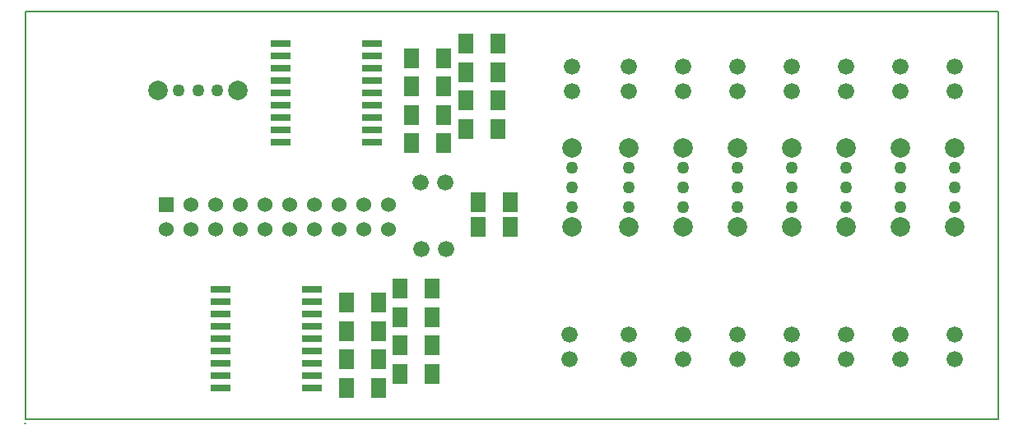
<source format=gbs>
G04 (created by PCBNEW (2013-mar-13)-testing) date jeu. 09 mai 2013 09:48:41 CEST*
%MOIN*%
G04 Gerber Fmt 3.4, Leading zero omitted, Abs format*
%FSLAX34Y34*%
G01*
G70*
G90*
G04 APERTURE LIST*
%ADD10C,0.006*%
%ADD11C,0.00590551*%
%ADD12R,0.0787402X0.03*%
%ADD13R,0.06X0.08*%
%ADD14R,0.06X0.06*%
%ADD15C,0.06*%
%ADD16C,0.05*%
%ADD17C,0.0787402*%
%ADD18C,0.066*%
G04 APERTURE END LIST*
G54D10*
G54D11*
X73400Y-29100D02*
X73400Y-45650D01*
X34000Y-29100D02*
X34000Y-45600D01*
X34000Y-29100D02*
X73400Y-29100D01*
X34000Y-45650D02*
X34000Y-45600D01*
X73400Y-45650D02*
X34000Y-45650D01*
X34000Y-45800D02*
G75*
G03X34000Y-45800I0J0D01*
G74*
G01*
X33999Y-45800D02*
X34000Y-45800D01*
X34000Y-45799D02*
X34000Y-45800D01*
G54D12*
X44349Y-34400D03*
X44350Y-33900D03*
X44350Y-33400D03*
X44350Y-32900D03*
X44350Y-32400D03*
X44350Y-31900D03*
X44350Y-31400D03*
X44350Y-30900D03*
X44350Y-30400D03*
X48050Y-30400D03*
X48050Y-30900D03*
X48050Y-31400D03*
X48050Y-34400D03*
X48050Y-33900D03*
X48050Y-33400D03*
X48050Y-32900D03*
X48050Y-32400D03*
X48050Y-31900D03*
X41924Y-44375D03*
X41925Y-43875D03*
X41925Y-43375D03*
X41925Y-42875D03*
X41925Y-42375D03*
X41925Y-41875D03*
X41925Y-41375D03*
X41925Y-40875D03*
X41925Y-40375D03*
X45625Y-40375D03*
X45625Y-40875D03*
X45625Y-41375D03*
X45625Y-44375D03*
X45625Y-43875D03*
X45625Y-43375D03*
X45625Y-42875D03*
X45625Y-42375D03*
X45625Y-41875D03*
G54D13*
X49650Y-33300D03*
X50950Y-33300D03*
X47025Y-44375D03*
X48325Y-44375D03*
X47025Y-43225D03*
X48325Y-43225D03*
X47025Y-42075D03*
X48325Y-42075D03*
X51850Y-33875D03*
X53150Y-33875D03*
X51850Y-32725D03*
X53150Y-32725D03*
X51850Y-31575D03*
X53150Y-31575D03*
X51850Y-30425D03*
X53150Y-30425D03*
X49650Y-31000D03*
X50950Y-31000D03*
X49650Y-32150D03*
X50950Y-32150D03*
X49650Y-34450D03*
X50950Y-34450D03*
X47025Y-40925D03*
X48325Y-40925D03*
X49175Y-40350D03*
X50475Y-40350D03*
X49175Y-41500D03*
X50475Y-41500D03*
X49175Y-42650D03*
X50475Y-42650D03*
X49175Y-43800D03*
X50475Y-43800D03*
X53650Y-36850D03*
X52350Y-36850D03*
X53650Y-37850D03*
X52350Y-37850D03*
G54D14*
X39700Y-36950D03*
G54D15*
X39700Y-37950D03*
X40700Y-36950D03*
X40700Y-37950D03*
X41700Y-36950D03*
X41700Y-37950D03*
X42700Y-36950D03*
X42700Y-37950D03*
X43700Y-36950D03*
X43700Y-37950D03*
X44700Y-36950D03*
X44700Y-37950D03*
X45700Y-36950D03*
X45700Y-37950D03*
X46700Y-36950D03*
X46700Y-37950D03*
X47700Y-36950D03*
X47700Y-37950D03*
X48700Y-36950D03*
X48700Y-37950D03*
G54D16*
X56150Y-35462D03*
X56150Y-36250D03*
X56150Y-37037D03*
G54D17*
X56150Y-37864D03*
X56150Y-34635D03*
G54D16*
X58450Y-35462D03*
X58450Y-36250D03*
X58450Y-37037D03*
G54D17*
X58450Y-37864D03*
X58450Y-34635D03*
G54D16*
X60650Y-35462D03*
X60650Y-36250D03*
X60650Y-37037D03*
G54D17*
X60650Y-37864D03*
X60650Y-34635D03*
G54D16*
X62850Y-35462D03*
X62850Y-36250D03*
X62850Y-37037D03*
G54D17*
X62850Y-37864D03*
X62850Y-34635D03*
G54D16*
X65050Y-35462D03*
X65050Y-36250D03*
X65050Y-37037D03*
G54D17*
X65050Y-37864D03*
X65050Y-34635D03*
G54D16*
X67250Y-35462D03*
X67250Y-36250D03*
X67250Y-37037D03*
G54D17*
X67250Y-37864D03*
X67250Y-34635D03*
G54D16*
X69450Y-35462D03*
X69450Y-36250D03*
X69450Y-37037D03*
G54D17*
X69450Y-37864D03*
X69450Y-34635D03*
G54D16*
X71650Y-35462D03*
X71650Y-36250D03*
X71650Y-37037D03*
G54D17*
X71650Y-37864D03*
X71650Y-34635D03*
G54D16*
X40212Y-32300D03*
X41000Y-32300D03*
X41787Y-32300D03*
G54D17*
X42614Y-32300D03*
X39385Y-32300D03*
G54D18*
X69450Y-32350D03*
X69450Y-31350D03*
X56150Y-32350D03*
X56150Y-31350D03*
X58450Y-32350D03*
X58450Y-31350D03*
X50050Y-38750D03*
X51050Y-38750D03*
X60650Y-32350D03*
X60650Y-31350D03*
X50000Y-36050D03*
X51000Y-36050D03*
X62850Y-32350D03*
X62850Y-31350D03*
X65050Y-32350D03*
X65050Y-31350D03*
X67250Y-32350D03*
X67250Y-31350D03*
X62850Y-42200D03*
X62850Y-43200D03*
X71650Y-32350D03*
X71650Y-31350D03*
X56050Y-42200D03*
X56050Y-43200D03*
X58450Y-42200D03*
X58450Y-43200D03*
X60650Y-42200D03*
X60650Y-43200D03*
X71650Y-42200D03*
X71650Y-43200D03*
X69450Y-42200D03*
X69450Y-43200D03*
X67250Y-42200D03*
X67250Y-43200D03*
X65050Y-42200D03*
X65050Y-43200D03*
M02*

</source>
